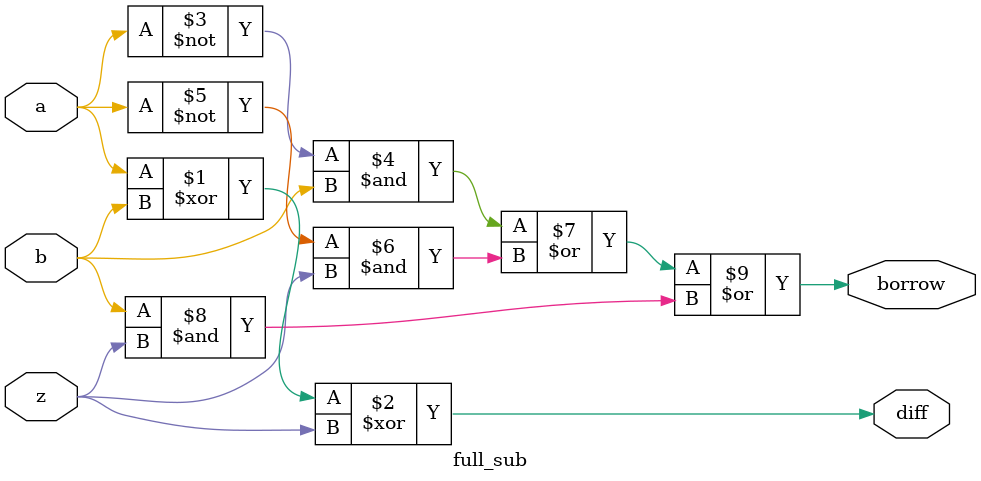
<source format=v>
`timescale 1ns / 1ps


module full_sub(a,b,z,diff,borrow);
input a,b,z;
output diff,borrow;
assign diff = (a^b^z);
assign borrow = (~a&b) | (~a&z) | (b&z);
endmodule

</source>
